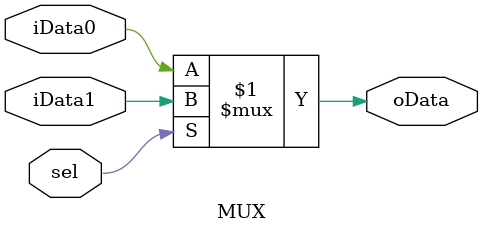
<source format=v>
`timescale 1ns / 1ps


module MUX#(parameter WIDTH = 1)(
    input   [WIDTH-1:0] iData0,
    input   [WIDTH-1:0] iData1,
    input   sel,
    output   [WIDTH-1:0] oData
    );
    assign oData = sel ? iData1 : iData0; 
endmodule

</source>
